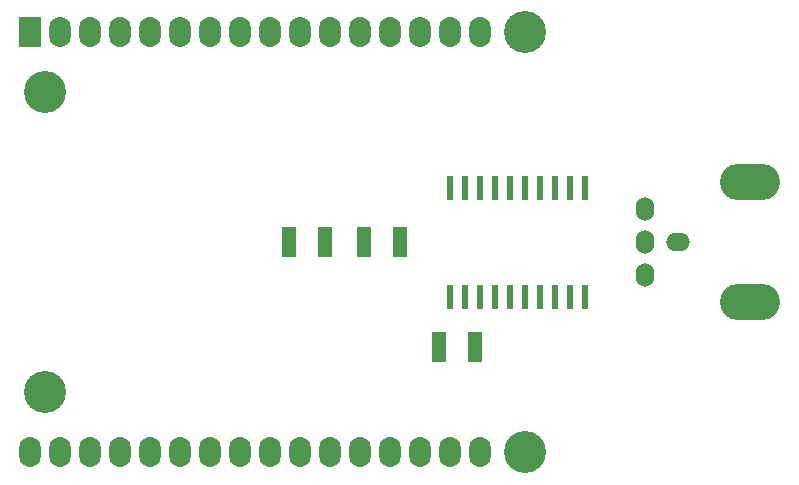
<source format=gbs>
%TF.GenerationSoftware,KiCad,Pcbnew,5.1.7-a382d34a8~87~ubuntu20.04.1*%
%TF.CreationDate,2020-10-29T11:39:12-04:00*%
%TF.ProjectId,encoder_interface_simple_3x2,656e636f-6465-4725-9f69-6e7465726661,1.1*%
%TF.SameCoordinates,Original*%
%TF.FileFunction,Soldermask,Bot*%
%TF.FilePolarity,Negative*%
%FSLAX46Y46*%
G04 Gerber Fmt 4.6, Leading zero omitted, Abs format (unit mm)*
G04 Created by KiCad (PCBNEW 5.1.7-a382d34a8~87~ubuntu20.04.1) date 2020-10-29 11:39:12*
%MOMM*%
%LPD*%
G01*
G04 APERTURE LIST*
%ADD10C,3.556000*%
%ADD11O,1.854200X2.540000*%
%ADD12R,1.854200X2.540000*%
%ADD13R,1.270000X2.540000*%
%ADD14O,5.080000X3.048000*%
%ADD15O,2.032000X1.524000*%
%ADD16O,1.524000X2.032000*%
%ADD17R,0.600000X2.000000*%
G04 APERTURE END LIST*
D10*
%TO.C,MDB1*%
X130175000Y-71120000D03*
X130175000Y-106680000D03*
X89535000Y-101600000D03*
X89535000Y-76200000D03*
D11*
X88265000Y-106680000D03*
X90805000Y-106680000D03*
X93345000Y-106680000D03*
X95885000Y-106680000D03*
X98425000Y-106680000D03*
X100965000Y-106680000D03*
X103505000Y-106680000D03*
X106045000Y-106680000D03*
X108585000Y-106680000D03*
X111125000Y-106680000D03*
X113665000Y-106680000D03*
X116205000Y-106680000D03*
X118745000Y-106680000D03*
X121285000Y-106680000D03*
X123825000Y-106680000D03*
X126365000Y-106680000D03*
X126365000Y-71120000D03*
X123825000Y-71120000D03*
X121285000Y-71120000D03*
X118745000Y-71120000D03*
X116205000Y-71120000D03*
X113665000Y-71120000D03*
X111125000Y-71120000D03*
X108585000Y-71120000D03*
X106045000Y-71120000D03*
X103505000Y-71120000D03*
X100965000Y-71120000D03*
X98425000Y-71120000D03*
X95885000Y-71120000D03*
D12*
X88265000Y-71120000D03*
D11*
X93345000Y-71120000D03*
X90805000Y-71120000D03*
%TD*%
D13*
%TO.C,C1*%
X122936000Y-97790000D03*
X125984000Y-97790000D03*
%TD*%
D14*
%TO.C,P1*%
X149225000Y-83820000D03*
X149225000Y-93980000D03*
D15*
X143129000Y-88900000D03*
D16*
X140335000Y-88900000D03*
X140335000Y-91694000D03*
X140335000Y-86106000D03*
%TD*%
D13*
%TO.C,R1*%
X119634000Y-88900000D03*
X116586000Y-88900000D03*
%TD*%
%TO.C,R2*%
X113284000Y-88900000D03*
X110236000Y-88900000D03*
%TD*%
D17*
%TO.C,U1*%
X123825000Y-93550000D03*
X125095000Y-93550000D03*
X126365000Y-93550000D03*
X127635000Y-93550000D03*
X128905000Y-93550000D03*
X130175000Y-93550000D03*
X131445000Y-93550000D03*
X132715000Y-93550000D03*
X133985000Y-93550000D03*
X135255000Y-93550000D03*
X135255000Y-84250000D03*
X133985000Y-84250000D03*
X132715000Y-84250000D03*
X131445000Y-84250000D03*
X130175000Y-84250000D03*
X128905000Y-84250000D03*
X127635000Y-84250000D03*
X126365000Y-84250000D03*
X125095000Y-84250000D03*
X123825000Y-84250000D03*
%TD*%
M02*

</source>
